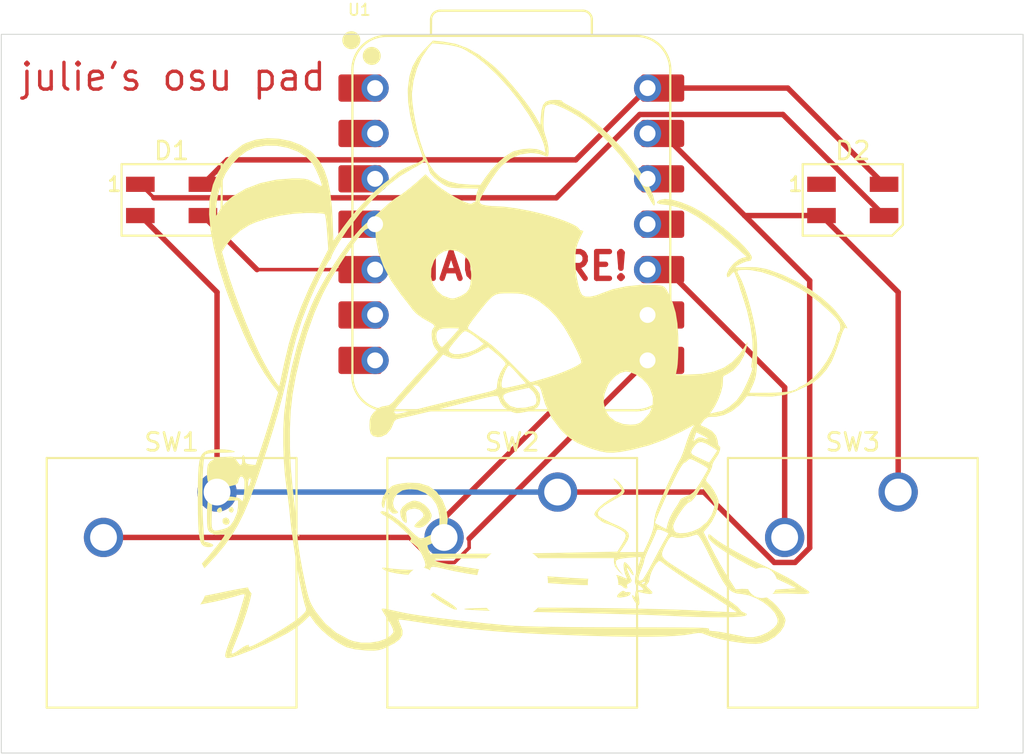
<source format=kicad_pcb>
(kicad_pcb (version 20240108) (generator "pcbnew") (generator_version "8.0")
  (layers (0 "F.Cu" signal) (31 "B.Cu" signal) (34 "B.Paste" user) (35 "F.Paste" user) (36 "B.SilkS" user "B.Silkscreen") (37 "F.SilkS" user "F.Silkscreen") (38 "B.Mask" user) (39 "F.Mask" user) (44 "Edge.Cuts" user))
  (net 0 "")
  (net 1 "GND")
  (net 2 "+5V")
  (net 3 "Net-(D1-DOUT)")
  (net 4 "Net-(D1-DIN)")
  (net 6 "Net-(U1-GPIO1{slash}RX)")
  (net 7 "Net-(U1-GPIO2{slash}SCK)")
  (net 8 "Net-(U1-GPIO4{slash}MISO)")
  (footprint "LED_SMD:LED_SK6812MINI_PLCC4_3.5x3.5mm_P1.75mm" (layer "F.Cu") (at 200.025 71.4375)
    (property "Reference" "D1" (at 0 -2.75 0) (layer "F.SilkS"))
    (property "Value" "SK6812MINI")
    (fp_text user "1" (at -3.2 -0.875 0) (layer "F.SilkS") (effects (font (size 0.8 0.8))))
    (pad "1" smd rect (at -1.75 -0.875) (size 1.6 0.85) (layers "F.Cu" "F.Paste" "F.Mask") (net 3 "Net-(D1-DOUT)"))
    (pad "2" smd rect (at -1.75 0.875) (size 1.6 0.85) (layers "F.Cu" "F.Paste" "F.Mask") (net 1 "GND"))
    (pad "3" smd rect (at 1.75 0.875) (size 1.6 0.85) (layers "F.Cu" "F.Paste" "F.Mask") (net 4 "Net-(D1-DIN)"))
    (pad "4" smd rect (at 1.75 -0.875) (size 1.6 0.85) (layers "F.Cu" "F.Paste" "F.Mask") (net 2 "+5V"))
  )
  (footprint "LOGO" (layer "F.Cu") (at 219.075 76.2)
    (property "Reference" "G***" (at 0 0 0) (layer "F.SilkS") (effects (font (size 1.5 1.5) (thickness 0.3))))
    (property "Value" "LOGO" (hide yes))
  )
  (footprint "Button_Switch_Keyboard:SW_Cherry_MX_1.00u_PCB" (layer "F.Cu") (at 240.665 87.78875)
    (property "Reference" "SW3" (at -2.54 -2.794 0) (layer "F.SilkS"))
    (property "Value" "SW_Push")
    (pad "" np_thru_hole circle (at -7.62 5.08) (size 1.7 1.7) (drill 1.7) (layers "*.Cu" "*.Mask"))
    (pad "" np_thru_hole circle (at -2.54 5.08) (size 4 4) (drill 4) (layers "*.Cu" "*.Mask"))
    (pad "" np_thru_hole circle (at 2.54 5.08) (size 1.7 1.7) (drill 1.7) (layers "*.Cu" "*.Mask"))
    (pad "1" thru_hole circle (at 0 0) (size 2.2 2.2) (drill 1.5) (layers "*.Cu" "*.Mask") (net 1 "GND"))
    (pad "2" thru_hole circle (at -6.35 2.54) (size 2.2 2.2) (drill 1.5) (layers "*.Cu" "*.Mask") (net 8 "Net-(U1-GPIO4{slash}MISO)"))
  )
  (footprint "Button_Switch_Keyboard:SW_Cherry_MX_1.00u_PCB" (layer "F.Cu") (at 221.615 87.78875)
    (property "Reference" "SW2" (at -2.54 -2.794 0) (layer "F.SilkS"))
    (property "Value" "SW_Push")
    (pad "" np_thru_hole circle (at -7.62 5.08) (size 1.7 1.7) (drill 1.7) (layers "*.Cu" "*.Mask"))
    (pad "" np_thru_hole circle (at -2.54 5.08) (size 4 4) (drill 4) (layers "*.Cu" "*.Mask"))
    (pad "" np_thru_hole circle (at 2.54 5.08) (size 1.7 1.7) (drill 1.7) (layers "*.Cu" "*.Mask"))
    (pad "1" thru_hole circle (at 0 0) (size 2.2 2.2) (drill 1.5) (layers "*.Cu" "*.Mask") (net 1 "GND"))
    (pad "2" thru_hole circle (at -6.35 2.54) (size 2.2 2.2) (drill 1.5) (layers "*.Cu" "*.Mask") (net 7 "Net-(U1-GPIO2{slash}SCK)"))
  )
  (footprint "OPL:XIAO-RP2040-DIP" (layer "F.Cu") (at 219.026095 72.796778)
    (property "Reference" "U1" (at -8.5 -12 0) (layer "F.SilkS") (effects (font (size 0.635 0.635) (thickness 0.1016))))
    (property "Value" "XIAO-RP2040-DIP")
    (pad "1" smd roundrect (at -8.455 -7.62 180) (size 2.432 1.524) (layers "F.Cu" "F.Mask") (roundrect_rratio 0.1))
    (pad "1" thru_hole circle (at -7.62 -7.62 180) (size 1.524 1.524) (drill 0.889) (layers "*.Cu" "*.Mask"))
    (pad "2" smd roundrect (at -8.455 -5.08 180) (size 2.432 1.524) (layers "F.Cu" "F.Mask") (roundrect_rratio 0.1))
    (pad "2" thru_hole circle (at -7.62 -5.08 180) (size 1.524 1.524) (drill 0.889) (layers "*.Cu" "*.Mask"))
    (pad "3" smd roundrect (at -8.455 -2.54 180) (size 2.432 1.524) (layers "F.Cu" "F.Mask") (roundrect_rratio 0.1))
    (pad "3" thru_hole circle (at -7.62 -2.54 180) (size 1.524 1.524) (drill 0.889) (layers "*.Cu" "*.Mask"))
    (pad "4" smd roundrect (at -8.455 0 180) (size 2.432 1.524) (layers "F.Cu" "F.Mask") (roundrect_rratio 0.1))
    (pad "4" thru_hole circle (at -7.62 0 180) (size 1.524 1.524) (drill 0.889) (layers "*.Cu" "*.Mask"))
    (pad "5" smd roundrect (at -8.455 2.54 180) (size 2.432 1.524) (layers "F.Cu" "F.Mask") (roundrect_rratio 0.1) (net 4 "Net-(D1-DIN)"))
    (pad "5" thru_hole circle (at -7.62 2.54 180) (size 1.524 1.524) (drill 0.889) (layers "*.Cu" "*.Mask") (net 4 "Net-(D1-DIN)"))
    (pad "6" smd roundrect (at -8.455 5.08 180) (size 2.432 1.524) (layers "F.Cu" "F.Mask") (roundrect_rratio 0.1))
    (pad "6" thru_hole circle (at -7.62 5.08 180) (size 1.524 1.524) (drill 0.889) (layers "*.Cu" "*.Mask"))
    (pad "7" smd roundrect (at -8.455 7.62 180) (size 2.432 1.524) (layers "F.Cu" "F.Mask") (roundrect_rratio 0.1))
    (pad "7" thru_hole circle (at -7.62 7.62 180) (size 1.524 1.524) (drill 0.889) (layers "*.Cu" "*.Mask"))
    (pad "8" thru_hole circle (at 7.62 7.62) (size 1.524 1.524) (drill 0.889) (layers "*.Cu" "*.Mask") (net 6 "Net-(U1-GPIO1{slash}RX)"))
    (pad "8" smd roundrect (at 8.455 7.62) (size 2.432 1.524) (layers "F.Cu" "F.Mask") (roundrect_rratio 0.1) (net 6 "Net-(U1-GPIO1{slash}RX)"))
    (pad "9" thru_hole circle (at 7.62 5.08) (size 1.524 1.524) (drill 0.889) (layers "*.Cu" "*.Mask") (net 7 "Net-(U1-GPIO2{slash}SCK)"))
    (pad "9" smd roundrect (at 8.455 5.08) (size 2.432 1.524) (layers "F.Cu" "F.Mask") (roundrect_rratio 0.1) (net 7 "Net-(U1-GPIO2{slash}SCK)"))
    (pad "10" thru_hole circle (at 7.62 2.54) (size 1.524 1.524) (drill 0.889) (layers "*.Cu" "*.Mask") (net 8 "Net-(U1-GPIO4{slash}MISO)"))
    (pad "10" smd roundrect (at 8.455 2.54) (size 2.432 1.524) (layers "F.Cu" "F.Mask") (roundrect_rratio 0.1) (net 8 "Net-(U1-GPIO4{slash}MISO)"))
    (pad "11" thru_hole circle (at 7.62 0) (size 1.524 1.524) (drill 0.889) (layers "*.Cu" "*.Mask"))
    (pad "11" smd roundrect (at 8.455 0) (size 2.432 1.524) (layers "F.Cu" "F.Mask") (roundrect_rratio 0.1))
    (pad "12" thru_hole circle (at 7.62 -2.54) (size 1.524 1.524) (drill 0.889) (layers "*.Cu" "*.Mask"))
    (pad "12" smd roundrect (at 8.455 -2.54) (size 2.432 1.524) (layers "F.Cu" "F.Mask") (roundrect_rratio 0.1))
    (pad "13" thru_hole circle (at 7.62 -5.08) (size 1.524 1.524) (drill 0.889) (layers "*.Cu" "*.Mask") (net 1 "GND"))
    (pad "13" smd roundrect (at 8.455 -5.08) (size 2.432 1.524) (layers "F.Cu" "F.Mask") (roundrect_rratio 0.1) (net 1 "GND"))
    (pad "14" thru_hole circle (at 7.62 -7.62) (size 1.524 1.524) (drill 0.889) (layers "*.Cu" "*.Mask") (net 2 "+5V"))
    (pad "14" smd roundrect (at 8.455 -7.62) (size 2.432 1.524) (layers "F.Cu" "F.Mask") (roundrect_rratio 0.1) (net 2 "+5V"))
  )
  (footprint "Button_Switch_Keyboard:SW_Cherry_MX_1.00u_PCB" (layer "F.Cu") (at 202.565 87.78875)
    (property "Reference" "SW1" (at -2.54 -2.794 0) (layer "F.SilkS"))
    (property "Value" "SW_Push")
    (pad "" np_thru_hole circle (at -7.62 5.08) (size 1.7 1.7) (drill 1.7) (layers "*.Cu" "*.Mask"))
    (pad "" np_thru_hole circle (at -2.54 5.08) (size 4 4) (drill 4) (layers "*.Cu" "*.Mask"))
    (pad "" np_thru_hole circle (at 2.54 5.08) (size 1.7 1.7) (drill 1.7) (layers "*.Cu" "*.Mask"))
    (pad "1" thru_hole circle (at 0 0) (size 2.2 2.2) (drill 1.5) (layers "*.Cu" "*.Mask") (net 1 "GND"))
    (pad "2" thru_hole circle (at -6.35 2.54) (size 2.2 2.2) (drill 1.5) (layers "*.Cu" "*.Mask") (net 6 "Net-(U1-GPIO1{slash}RX)"))
  )
  (footprint "LED_SMD:LED_SK6812MINI_PLCC4_3.5x3.5mm_P1.75mm" (layer "F.Cu") (at 238.125 71.4375)
    (property "Reference" "D2" (at 0 -2.75 0) (layer "F.SilkS"))
    (property "Value" "SK6812MINI")
    (fp_text user "1" (at -3.2 -0.875 0) (layer "F.SilkS") (effects (font (size 0.8 0.8))))
    (pad "1" smd rect (at -1.75 -0.875) (size 1.6 0.85) (layers "F.Cu" "F.Paste" "F.Mask"))
    (pad "2" smd rect (at -1.75 0.875) (size 1.6 0.85) (layers "F.Cu" "F.Paste" "F.Mask") (net 1 "GND"))
    (pad "3" smd rect (at 1.75 0.875) (size 1.6 0.85) (layers "F.Cu" "F.Paste" "F.Mask") (net 3 "Net-(D1-DOUT)"))
    (pad "4" smd rect (at 1.75 -0.875) (size 1.6 0.85) (layers "F.Cu" "F.Paste" "F.Mask") (net 2 "+5V"))
  )
  (gr_rect (start 190.5 62.167534) (end 247.65 102.39375) (stroke (width 0.05)) (fill none) (layer "Edge.Cuts"))
  (gr_text "julie's osu pad" (at 191.451066 65.428872 0) (layer "F.Cu") (effects (font (size 1.5 1.5) (thickness 0.1875)) (justify left bottom)))
  (gr_text "XIAO HERE!" (at 212.672552 76.02571 0) (layer "F.Cu") (effects (font (size 1.5 1.5) (thickness 0.3) (bold yes)) (justify left bottom)))
  (segment (start 240.665 76.6025) (end 236.375 72.3125) (width 0.3048) (layer "F.Cu") (net 1))
  (segment (start 240.665 87.78875) (end 240.665 76.6025) (width 0.3048) (layer "F.Cu") (net 1))
  (segment (start 221.615 87.78875) (end 229.795101 87.78875) (width 0.3048) (layer "F.Cu") (net 1))
  (segment (start 235.715 90.908649) (end 235.715 75.950683) (width 0.3048) (layer "F.Cu") (net 1))
  (segment (start 235.715 75.950683) (end 232.076817 72.3125) (width 0.3048) (layer "F.Cu") (net 1))
  (segment (start 221.615 87.78875) (end 220.772056 87.78875) (width 0.2) (layer "F.Cu") (net 1))
  (segment (start 233.735101 91.72875) (end 234.894899 91.72875) (width 0.3048) (layer "F.Cu") (net 1))
  (segment (start 234.894899 91.72875) (end 235.715 90.908649) (width 0.3048) (layer "F.Cu") (net 1))
  (segment (start 202.565 87.78875) (end 202.565 76.6025) (width 0.3048) (layer "F.Cu") (net 1))
  (segment (start 202.565 76.6025) (end 198.275 72.3125) (width 0.3048) (layer "F.Cu") (net 1))
  (segment (start 236.375 72.3125) (end 232.076817 72.3125) (width 0.3048) (layer "F.Cu") (net 1))
  (segment (start 229.795101 87.78875) (end 233.735101 91.72875) (width 0.3048) (layer "F.Cu") (net 1))
  (segment (start 232.076817 72.3125) (end 227.481095 67.716778) (width 0.3048) (layer "F.Cu") (net 1))
  (segment (start 221.615 87.78875) (end 202.565 87.78875) (width 0.3048) (layer "B.Cu") (net 1))
  (segment (start 222.628095 69.194778) (end 226.646095 65.176778) (width 0.3048) (layer "F.Cu") (net 2))
  (segment (start 201.775 70.5625) (end 203.142722 69.194778) (width 0.3048) (layer "F.Cu") (net 2))
  (segment (start 226.646095 65.176778) (end 234.489278 65.176778) (width 0.3048) (layer "F.Cu") (net 2))
  (segment (start 203.142722 69.194778) (end 222.628095 69.194778) (width 0.3048) (layer "F.Cu") (net 2))
  (segment (start 234.489278 65.176778) (end 239.875 70.5625) (width 0.3048) (layer "F.Cu") (net 2))
  (segment (start 198.275 70.5625) (end 199.031278 71.318778) (width 0.2) (layer "F.Cu") (net 3))
  (segment (start 199.031278 71.318778) (end 221.5422 71.318778) (width 0.3048) (layer "F.Cu") (net 3))
  (segment (start 221.5422 71.318778) (end 226.2062 66.654778) (width 0.3048) (layer "F.Cu") (net 3))
  (segment (start 234.217278 66.654778) (end 239.875 72.3125) (width 0.3048) (layer "F.Cu") (net 3))
  (segment (start 226.2062 66.654778) (end 234.217278 66.654778) (width 0.3048) (layer "F.Cu") (net 3))
  (segment (start 204.799278 75.336778) (end 211.406095 75.336778) (width 0.2) (layer "F.Cu") (net 4))
  (segment (start 201.775 72.3125) (end 204.799278 75.336778) (width 0.3048) (layer "F.Cu") (net 4))
  (segment (start 215.844899 91.72875) (end 216.665 90.908649) (width 0.2) (layer "F.Cu") (net 6))
  (segment (start 216.665 90.908649) (end 216.665 90.397873) (width 0.2) (layer "F.Cu") (net 6))
  (segment (start 216.665 90.397873) (end 226.646095 80.416778) (width 0.3048) (layer "F.Cu") (net 6))
  (segment (start 213.285101 90.32875) (end 214.685101 91.72875) (width 0.2) (layer "F.Cu") (net 6))
  (segment (start 214.685101 91.72875) (end 215.844899 91.72875) (width 0.2) (layer "F.Cu") (net 6))
  (segment (start 196.215 90.32875) (end 213.285101 90.32875) (width 0.3048) (layer "F.Cu") (net 6))
  (segment (start 215.265 90.32875) (end 215.265 89.257873) (width 0.2) (layer "F.Cu") (net 7))
  (segment (start 215.265 89.257873) (end 226.646095 77.876778) (width 0.3048) (layer "F.Cu") (net 7))
  (segment (start 226.646095 75.336778) (end 227.723725 75.336778) (width 0.2) (layer "F.Cu") (net 8))
  (segment (start 234.315 81.928053) (end 234.315 90.32875) (width 0.3048) (layer "F.Cu") (net 8))
  (segment (start 227.723725 75.336778) (end 234.315 81.928053) (width 0.3048) (layer "F.Cu") (net 8))
)
</source>
